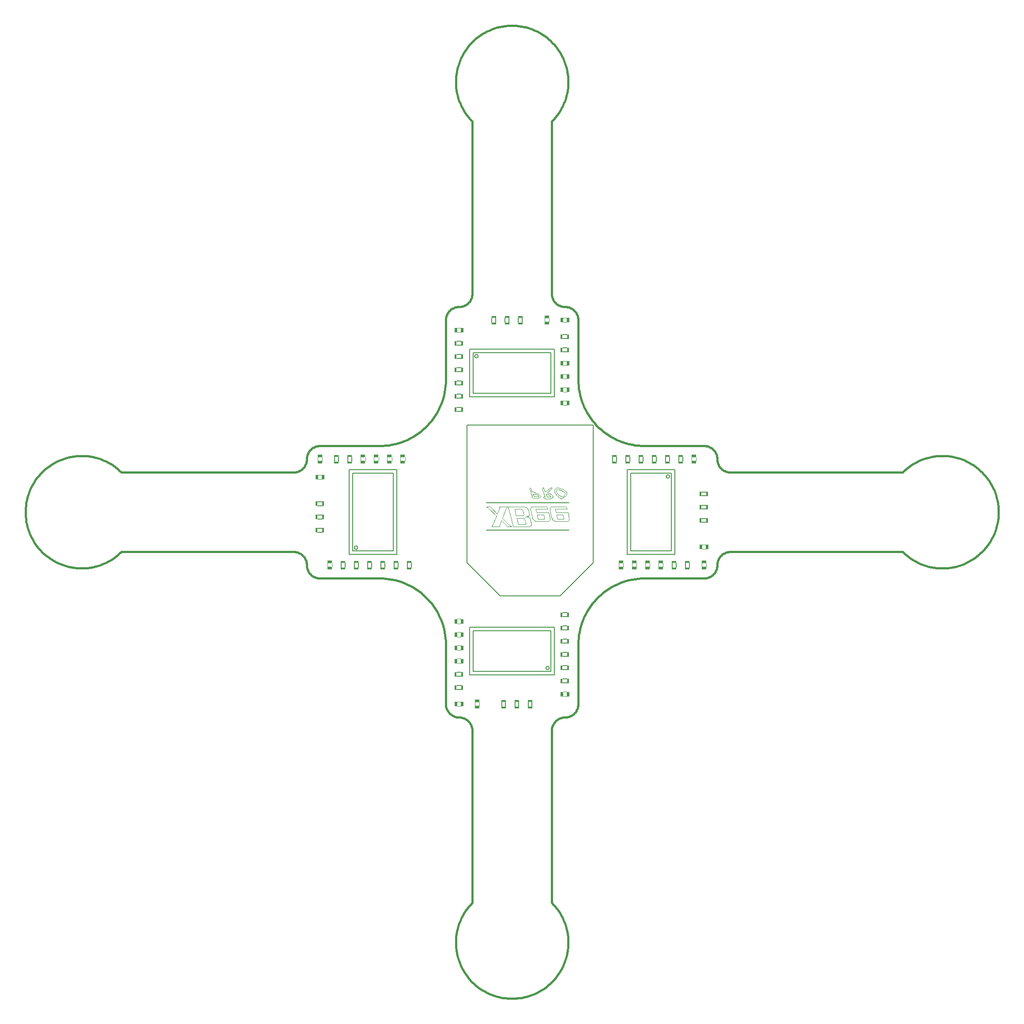
<source format=gbo>
G75*
G70*
%OFA0B0*%
%FSLAX24Y24*%
%IPPOS*%
%LPD*%
%AMOC8*
5,1,8,0,0,1.08239X$1,22.5*
%
%ADD10C,0.0160*%
%ADD11C,0.0050*%
%ADD12C,0.0080*%
%ADD13C,0.0060*%
%ADD14C,0.0040*%
%ADD15R,0.0160X0.0340*%
%ADD16R,0.0340X0.0160*%
%ADD17R,0.0374X0.0197*%
%ADD18R,0.0197X0.0374*%
D10*
X048183Y043184D02*
X048177Y043422D01*
X048160Y043659D01*
X048132Y043896D01*
X048093Y044130D01*
X048042Y044363D01*
X047980Y044593D01*
X047908Y044819D01*
X047825Y045042D01*
X047731Y045261D01*
X047627Y045475D01*
X047513Y045684D01*
X047389Y045887D01*
X047256Y046084D01*
X047113Y046275D01*
X046962Y046458D01*
X046802Y046634D01*
X046633Y046803D01*
X046457Y046963D01*
X046274Y047114D01*
X046083Y047257D01*
X045886Y047390D01*
X045683Y047514D01*
X045474Y047628D01*
X045260Y047732D01*
X045041Y047826D01*
X044818Y047909D01*
X044592Y047981D01*
X044362Y048043D01*
X044129Y048094D01*
X043895Y048133D01*
X043658Y048161D01*
X043421Y048178D01*
X043183Y048184D01*
X038683Y048184D01*
X038623Y048186D01*
X038562Y048191D01*
X038503Y048200D01*
X038444Y048213D01*
X038385Y048229D01*
X038328Y048249D01*
X038273Y048272D01*
X038218Y048299D01*
X038166Y048328D01*
X038115Y048361D01*
X038066Y048397D01*
X038020Y048435D01*
X037976Y048477D01*
X037934Y048521D01*
X037896Y048567D01*
X037860Y048616D01*
X037827Y048667D01*
X037798Y048719D01*
X037771Y048774D01*
X037748Y048829D01*
X037728Y048886D01*
X037712Y048945D01*
X037699Y049004D01*
X037690Y049063D01*
X037685Y049124D01*
X037683Y049184D01*
X037681Y049244D01*
X037676Y049305D01*
X037667Y049364D01*
X037654Y049423D01*
X037638Y049482D01*
X037618Y049539D01*
X037595Y049594D01*
X037568Y049649D01*
X037539Y049701D01*
X037506Y049752D01*
X037470Y049801D01*
X037432Y049847D01*
X037390Y049891D01*
X037346Y049933D01*
X037300Y049971D01*
X037251Y050007D01*
X037200Y050040D01*
X037148Y050069D01*
X037093Y050096D01*
X037038Y050119D01*
X036981Y050139D01*
X036922Y050155D01*
X036863Y050168D01*
X036804Y050177D01*
X036743Y050182D01*
X036683Y050184D01*
X023683Y050184D01*
X023534Y050042D01*
X023378Y049907D01*
X023216Y049780D01*
X023047Y049661D01*
X022874Y049550D01*
X022694Y049448D01*
X022511Y049355D01*
X022323Y049271D01*
X022131Y049196D01*
X021935Y049130D01*
X021737Y049074D01*
X021536Y049028D01*
X021333Y048991D01*
X021129Y048964D01*
X020923Y048948D01*
X020717Y048941D01*
X020511Y048944D01*
X020306Y048958D01*
X020101Y048981D01*
X019897Y049014D01*
X019696Y049057D01*
X019497Y049110D01*
X019300Y049173D01*
X019107Y049245D01*
X018918Y049326D01*
X018732Y049416D01*
X018552Y049515D01*
X018376Y049623D01*
X018206Y049739D01*
X018041Y049864D01*
X017883Y049996D01*
X017732Y050136D01*
X017587Y050282D01*
X017450Y050436D01*
X017320Y050596D01*
X017199Y050763D01*
X017085Y050935D01*
X016980Y051112D01*
X016884Y051295D01*
X016797Y051481D01*
X016719Y051672D01*
X016650Y051866D01*
X016591Y052064D01*
X016541Y052264D01*
X016501Y052466D01*
X016471Y052670D01*
X016451Y052875D01*
X016441Y053081D01*
X016441Y053287D01*
X016451Y053493D01*
X016471Y053698D01*
X016501Y053902D01*
X016541Y054104D01*
X016591Y054304D01*
X016650Y054502D01*
X016719Y054696D01*
X016797Y054887D01*
X016884Y055073D01*
X016980Y055256D01*
X017085Y055433D01*
X017199Y055605D01*
X017320Y055772D01*
X017450Y055932D01*
X017587Y056086D01*
X017732Y056232D01*
X017883Y056372D01*
X018041Y056504D01*
X018206Y056629D01*
X018376Y056745D01*
X018552Y056853D01*
X018732Y056952D01*
X018918Y057042D01*
X019107Y057123D01*
X019300Y057195D01*
X019497Y057258D01*
X019696Y057311D01*
X019897Y057354D01*
X020101Y057387D01*
X020306Y057410D01*
X020511Y057424D01*
X020717Y057427D01*
X020923Y057420D01*
X021129Y057404D01*
X021333Y057377D01*
X021536Y057340D01*
X021737Y057294D01*
X021935Y057238D01*
X022131Y057172D01*
X022323Y057097D01*
X022511Y057013D01*
X022694Y056920D01*
X022874Y056818D01*
X023047Y056707D01*
X023216Y056588D01*
X023378Y056461D01*
X023534Y056326D01*
X023683Y056184D01*
X036683Y056184D01*
X036743Y056186D01*
X036804Y056191D01*
X036863Y056200D01*
X036922Y056213D01*
X036981Y056229D01*
X037038Y056249D01*
X037093Y056272D01*
X037148Y056299D01*
X037200Y056328D01*
X037251Y056361D01*
X037300Y056397D01*
X037346Y056435D01*
X037390Y056477D01*
X037432Y056521D01*
X037470Y056567D01*
X037506Y056616D01*
X037539Y056667D01*
X037568Y056719D01*
X037595Y056774D01*
X037618Y056829D01*
X037638Y056886D01*
X037654Y056945D01*
X037667Y057004D01*
X037676Y057063D01*
X037681Y057124D01*
X037683Y057184D01*
X037685Y057244D01*
X037690Y057305D01*
X037699Y057364D01*
X037712Y057423D01*
X037728Y057482D01*
X037748Y057539D01*
X037771Y057594D01*
X037798Y057649D01*
X037827Y057701D01*
X037860Y057752D01*
X037896Y057801D01*
X037934Y057847D01*
X037976Y057891D01*
X038020Y057933D01*
X038066Y057971D01*
X038115Y058007D01*
X038166Y058040D01*
X038218Y058069D01*
X038273Y058096D01*
X038328Y058119D01*
X038385Y058139D01*
X038444Y058155D01*
X038503Y058168D01*
X038562Y058177D01*
X038623Y058182D01*
X038683Y058184D01*
X043183Y058184D01*
X043421Y058190D01*
X043658Y058207D01*
X043895Y058235D01*
X044129Y058274D01*
X044362Y058325D01*
X044592Y058387D01*
X044818Y058459D01*
X045041Y058542D01*
X045260Y058636D01*
X045474Y058740D01*
X045683Y058854D01*
X045886Y058978D01*
X046083Y059111D01*
X046274Y059254D01*
X046457Y059405D01*
X046633Y059565D01*
X046802Y059734D01*
X046962Y059910D01*
X047113Y060093D01*
X047256Y060284D01*
X047389Y060481D01*
X047513Y060684D01*
X047627Y060893D01*
X047731Y061107D01*
X047825Y061326D01*
X047908Y061549D01*
X047980Y061775D01*
X048042Y062005D01*
X048093Y062238D01*
X048132Y062472D01*
X048160Y062709D01*
X048177Y062946D01*
X048183Y063184D01*
X048183Y067684D01*
X048185Y067744D01*
X048190Y067805D01*
X048199Y067864D01*
X048212Y067923D01*
X048228Y067982D01*
X048248Y068039D01*
X048271Y068094D01*
X048298Y068149D01*
X048327Y068201D01*
X048360Y068252D01*
X048396Y068301D01*
X048434Y068347D01*
X048476Y068391D01*
X048520Y068433D01*
X048566Y068471D01*
X048615Y068507D01*
X048666Y068540D01*
X048718Y068569D01*
X048773Y068596D01*
X048828Y068619D01*
X048885Y068639D01*
X048944Y068655D01*
X049003Y068668D01*
X049062Y068677D01*
X049123Y068682D01*
X049183Y068684D01*
X049243Y068686D01*
X049304Y068691D01*
X049363Y068700D01*
X049422Y068713D01*
X049481Y068729D01*
X049538Y068749D01*
X049593Y068772D01*
X049648Y068799D01*
X049700Y068828D01*
X049751Y068861D01*
X049800Y068897D01*
X049846Y068935D01*
X049890Y068977D01*
X049932Y069021D01*
X049970Y069067D01*
X050006Y069116D01*
X050039Y069167D01*
X050068Y069219D01*
X050095Y069274D01*
X050118Y069329D01*
X050138Y069386D01*
X050154Y069445D01*
X050167Y069504D01*
X050176Y069563D01*
X050181Y069624D01*
X050183Y069684D01*
X050183Y082684D01*
X050041Y082833D01*
X049906Y082989D01*
X049779Y083151D01*
X049660Y083320D01*
X049549Y083493D01*
X049447Y083673D01*
X049354Y083856D01*
X049270Y084044D01*
X049195Y084236D01*
X049129Y084432D01*
X049073Y084630D01*
X049027Y084831D01*
X048990Y085034D01*
X048963Y085238D01*
X048947Y085444D01*
X048940Y085650D01*
X048943Y085856D01*
X048957Y086061D01*
X048980Y086266D01*
X049013Y086470D01*
X049056Y086671D01*
X049109Y086870D01*
X049172Y087067D01*
X049244Y087260D01*
X049325Y087449D01*
X049415Y087635D01*
X049514Y087815D01*
X049622Y087991D01*
X049738Y088161D01*
X049863Y088326D01*
X049995Y088484D01*
X050135Y088635D01*
X050281Y088780D01*
X050435Y088917D01*
X050595Y089047D01*
X050762Y089168D01*
X050934Y089282D01*
X051111Y089387D01*
X051294Y089483D01*
X051480Y089570D01*
X051671Y089648D01*
X051865Y089717D01*
X052063Y089776D01*
X052263Y089826D01*
X052465Y089866D01*
X052669Y089896D01*
X052874Y089916D01*
X053080Y089926D01*
X053286Y089926D01*
X053492Y089916D01*
X053697Y089896D01*
X053901Y089866D01*
X054103Y089826D01*
X054303Y089776D01*
X054501Y089717D01*
X054695Y089648D01*
X054886Y089570D01*
X055072Y089483D01*
X055255Y089387D01*
X055432Y089282D01*
X055604Y089168D01*
X055771Y089047D01*
X055931Y088917D01*
X056085Y088780D01*
X056231Y088635D01*
X056371Y088484D01*
X056503Y088326D01*
X056628Y088161D01*
X056744Y087991D01*
X056852Y087815D01*
X056951Y087635D01*
X057041Y087449D01*
X057122Y087260D01*
X057194Y087067D01*
X057257Y086870D01*
X057310Y086671D01*
X057353Y086470D01*
X057386Y086266D01*
X057409Y086061D01*
X057423Y085856D01*
X057426Y085650D01*
X057419Y085444D01*
X057403Y085238D01*
X057376Y085034D01*
X057339Y084831D01*
X057293Y084630D01*
X057237Y084432D01*
X057171Y084236D01*
X057096Y084044D01*
X057012Y083856D01*
X056919Y083673D01*
X056817Y083493D01*
X056706Y083320D01*
X056587Y083151D01*
X056460Y082989D01*
X056325Y082833D01*
X056183Y082684D01*
X056183Y069684D01*
X056185Y069624D01*
X056190Y069563D01*
X056199Y069504D01*
X056212Y069445D01*
X056228Y069386D01*
X056248Y069329D01*
X056271Y069274D01*
X056298Y069219D01*
X056327Y069167D01*
X056360Y069116D01*
X056396Y069067D01*
X056434Y069021D01*
X056476Y068977D01*
X056520Y068935D01*
X056566Y068897D01*
X056615Y068861D01*
X056666Y068828D01*
X056718Y068799D01*
X056773Y068772D01*
X056828Y068749D01*
X056885Y068729D01*
X056944Y068713D01*
X057003Y068700D01*
X057062Y068691D01*
X057123Y068686D01*
X057183Y068684D01*
X057243Y068682D01*
X057304Y068677D01*
X057363Y068668D01*
X057422Y068655D01*
X057481Y068639D01*
X057538Y068619D01*
X057593Y068596D01*
X057648Y068569D01*
X057700Y068540D01*
X057751Y068507D01*
X057800Y068471D01*
X057846Y068433D01*
X057890Y068391D01*
X057932Y068347D01*
X057970Y068301D01*
X058006Y068252D01*
X058039Y068201D01*
X058068Y068149D01*
X058095Y068094D01*
X058118Y068039D01*
X058138Y067982D01*
X058154Y067923D01*
X058167Y067864D01*
X058176Y067805D01*
X058181Y067744D01*
X058183Y067684D01*
X058183Y063184D01*
X058189Y062946D01*
X058206Y062709D01*
X058234Y062472D01*
X058273Y062238D01*
X058324Y062005D01*
X058386Y061775D01*
X058458Y061549D01*
X058541Y061326D01*
X058635Y061107D01*
X058739Y060893D01*
X058853Y060684D01*
X058977Y060481D01*
X059110Y060284D01*
X059253Y060093D01*
X059404Y059910D01*
X059564Y059734D01*
X059733Y059565D01*
X059909Y059405D01*
X060092Y059254D01*
X060283Y059111D01*
X060480Y058978D01*
X060683Y058854D01*
X060892Y058740D01*
X061106Y058636D01*
X061325Y058542D01*
X061548Y058459D01*
X061774Y058387D01*
X062004Y058325D01*
X062237Y058274D01*
X062471Y058235D01*
X062708Y058207D01*
X062945Y058190D01*
X063183Y058184D01*
X067683Y058184D01*
X067743Y058182D01*
X067804Y058177D01*
X067863Y058168D01*
X067922Y058155D01*
X067981Y058139D01*
X068038Y058119D01*
X068093Y058096D01*
X068148Y058069D01*
X068200Y058040D01*
X068251Y058007D01*
X068300Y057971D01*
X068346Y057933D01*
X068390Y057891D01*
X068432Y057847D01*
X068470Y057801D01*
X068506Y057752D01*
X068539Y057701D01*
X068568Y057649D01*
X068595Y057594D01*
X068618Y057539D01*
X068638Y057482D01*
X068654Y057423D01*
X068667Y057364D01*
X068676Y057305D01*
X068681Y057244D01*
X068683Y057184D01*
X068685Y057124D01*
X068690Y057063D01*
X068699Y057004D01*
X068712Y056945D01*
X068728Y056886D01*
X068748Y056829D01*
X068771Y056774D01*
X068798Y056719D01*
X068827Y056667D01*
X068860Y056616D01*
X068896Y056567D01*
X068934Y056521D01*
X068976Y056477D01*
X069020Y056435D01*
X069066Y056397D01*
X069115Y056361D01*
X069166Y056328D01*
X069218Y056299D01*
X069273Y056272D01*
X069328Y056249D01*
X069385Y056229D01*
X069444Y056213D01*
X069503Y056200D01*
X069562Y056191D01*
X069623Y056186D01*
X069683Y056184D01*
X082683Y056184D01*
X082834Y056328D01*
X082991Y056464D01*
X083155Y056592D01*
X083326Y056712D01*
X083502Y056823D01*
X083683Y056926D01*
X083869Y057020D01*
X084059Y057104D01*
X084254Y057179D01*
X084451Y057244D01*
X084652Y057300D01*
X084855Y057345D01*
X085060Y057381D01*
X085267Y057407D01*
X085475Y057422D01*
X085683Y057427D01*
X085891Y057422D01*
X086099Y057407D01*
X086306Y057381D01*
X086511Y057345D01*
X086714Y057300D01*
X086915Y057244D01*
X087112Y057179D01*
X087307Y057104D01*
X087497Y057020D01*
X087683Y056926D01*
X087864Y056823D01*
X088040Y056712D01*
X088211Y056592D01*
X088375Y056464D01*
X088532Y056328D01*
X088683Y056184D01*
X088827Y056033D01*
X088963Y055876D01*
X089091Y055712D01*
X089211Y055541D01*
X089322Y055365D01*
X089425Y055184D01*
X089519Y054998D01*
X089603Y054808D01*
X089678Y054613D01*
X089743Y054416D01*
X089799Y054215D01*
X089844Y054012D01*
X089880Y053807D01*
X089906Y053600D01*
X089921Y053392D01*
X089926Y053184D01*
X089921Y052976D01*
X089906Y052768D01*
X089880Y052561D01*
X089844Y052356D01*
X089799Y052153D01*
X089743Y051952D01*
X089678Y051755D01*
X089603Y051560D01*
X089519Y051370D01*
X089425Y051184D01*
X089322Y051003D01*
X089211Y050827D01*
X089091Y050656D01*
X088963Y050492D01*
X088827Y050335D01*
X088683Y050184D01*
X088532Y050040D01*
X088375Y049904D01*
X088211Y049776D01*
X088040Y049656D01*
X087864Y049545D01*
X087683Y049442D01*
X087497Y049348D01*
X087307Y049264D01*
X087112Y049189D01*
X086915Y049124D01*
X086714Y049068D01*
X086511Y049023D01*
X086306Y048987D01*
X086099Y048961D01*
X085891Y048946D01*
X085683Y048941D01*
X085475Y048946D01*
X085267Y048961D01*
X085060Y048987D01*
X084855Y049023D01*
X084652Y049068D01*
X084451Y049124D01*
X084254Y049189D01*
X084059Y049264D01*
X083869Y049348D01*
X083683Y049442D01*
X083502Y049545D01*
X083326Y049656D01*
X083155Y049776D01*
X082991Y049904D01*
X082834Y050040D01*
X082683Y050184D01*
X069683Y050184D01*
X069623Y050182D01*
X069562Y050177D01*
X069503Y050168D01*
X069444Y050155D01*
X069385Y050139D01*
X069328Y050119D01*
X069273Y050096D01*
X069218Y050069D01*
X069166Y050040D01*
X069115Y050007D01*
X069066Y049971D01*
X069020Y049933D01*
X068976Y049891D01*
X068934Y049847D01*
X068896Y049801D01*
X068860Y049752D01*
X068827Y049701D01*
X068798Y049649D01*
X068771Y049594D01*
X068748Y049539D01*
X068728Y049482D01*
X068712Y049423D01*
X068699Y049364D01*
X068690Y049305D01*
X068685Y049244D01*
X068683Y049184D01*
X068681Y049124D01*
X068676Y049063D01*
X068667Y049004D01*
X068654Y048945D01*
X068638Y048886D01*
X068618Y048829D01*
X068595Y048774D01*
X068568Y048719D01*
X068539Y048667D01*
X068506Y048616D01*
X068470Y048567D01*
X068432Y048521D01*
X068390Y048477D01*
X068346Y048435D01*
X068300Y048397D01*
X068251Y048361D01*
X068200Y048328D01*
X068148Y048299D01*
X068093Y048272D01*
X068038Y048249D01*
X067981Y048229D01*
X067922Y048213D01*
X067863Y048200D01*
X067804Y048191D01*
X067743Y048186D01*
X067683Y048184D01*
X063183Y048184D01*
X062945Y048178D01*
X062708Y048161D01*
X062471Y048133D01*
X062237Y048094D01*
X062004Y048043D01*
X061774Y047981D01*
X061548Y047909D01*
X061325Y047826D01*
X061106Y047732D01*
X060892Y047628D01*
X060683Y047514D01*
X060480Y047390D01*
X060283Y047257D01*
X060092Y047114D01*
X059909Y046963D01*
X059733Y046803D01*
X059564Y046634D01*
X059404Y046458D01*
X059253Y046275D01*
X059110Y046084D01*
X058977Y045887D01*
X058853Y045684D01*
X058739Y045475D01*
X058635Y045261D01*
X058541Y045042D01*
X058458Y044819D01*
X058386Y044593D01*
X058324Y044363D01*
X058273Y044130D01*
X058234Y043896D01*
X058206Y043659D01*
X058189Y043422D01*
X058183Y043184D01*
X058183Y038684D01*
X058181Y038624D01*
X058176Y038563D01*
X058167Y038504D01*
X058154Y038445D01*
X058138Y038386D01*
X058118Y038329D01*
X058095Y038274D01*
X058068Y038219D01*
X058039Y038167D01*
X058006Y038116D01*
X057970Y038067D01*
X057932Y038021D01*
X057890Y037977D01*
X057846Y037935D01*
X057800Y037897D01*
X057751Y037861D01*
X057700Y037828D01*
X057648Y037799D01*
X057593Y037772D01*
X057538Y037749D01*
X057481Y037729D01*
X057422Y037713D01*
X057363Y037700D01*
X057304Y037691D01*
X057243Y037686D01*
X057183Y037684D01*
X057120Y037682D01*
X057058Y037676D01*
X056996Y037666D01*
X056934Y037653D01*
X056874Y037635D01*
X056815Y037614D01*
X056757Y037589D01*
X056701Y037560D01*
X056647Y037528D01*
X056595Y037493D01*
X056546Y037455D01*
X056498Y037413D01*
X056454Y037369D01*
X056412Y037321D01*
X056374Y037272D01*
X056339Y037220D01*
X056307Y037166D01*
X056278Y037110D01*
X056253Y037052D01*
X056232Y036993D01*
X056214Y036933D01*
X056201Y036871D01*
X056191Y036809D01*
X056185Y036747D01*
X056183Y036684D01*
X056183Y023684D01*
X056325Y023535D01*
X056460Y023379D01*
X056587Y023217D01*
X056706Y023048D01*
X056817Y022875D01*
X056919Y022695D01*
X057012Y022512D01*
X057096Y022324D01*
X057171Y022132D01*
X057237Y021936D01*
X057293Y021738D01*
X057339Y021537D01*
X057376Y021334D01*
X057403Y021130D01*
X057419Y020924D01*
X057426Y020718D01*
X057423Y020512D01*
X057409Y020307D01*
X057386Y020102D01*
X057353Y019898D01*
X057310Y019697D01*
X057257Y019498D01*
X057194Y019301D01*
X057122Y019108D01*
X057041Y018919D01*
X056951Y018733D01*
X056852Y018553D01*
X056744Y018377D01*
X056628Y018207D01*
X056503Y018042D01*
X056371Y017884D01*
X056231Y017733D01*
X056085Y017588D01*
X055931Y017451D01*
X055771Y017321D01*
X055604Y017200D01*
X055432Y017086D01*
X055255Y016981D01*
X055072Y016885D01*
X054886Y016798D01*
X054695Y016720D01*
X054501Y016651D01*
X054303Y016592D01*
X054103Y016542D01*
X053901Y016502D01*
X053697Y016472D01*
X053492Y016452D01*
X053286Y016442D01*
X053080Y016442D01*
X052874Y016452D01*
X052669Y016472D01*
X052465Y016502D01*
X052263Y016542D01*
X052063Y016592D01*
X051865Y016651D01*
X051671Y016720D01*
X051480Y016798D01*
X051294Y016885D01*
X051111Y016981D01*
X050934Y017086D01*
X050762Y017200D01*
X050595Y017321D01*
X050435Y017451D01*
X050281Y017588D01*
X050135Y017733D01*
X049995Y017884D01*
X049863Y018042D01*
X049738Y018207D01*
X049622Y018377D01*
X049514Y018553D01*
X049415Y018733D01*
X049325Y018919D01*
X049244Y019108D01*
X049172Y019301D01*
X049109Y019498D01*
X049056Y019697D01*
X049013Y019898D01*
X048980Y020102D01*
X048957Y020307D01*
X048943Y020512D01*
X048940Y020718D01*
X048947Y020924D01*
X048963Y021130D01*
X048990Y021334D01*
X049027Y021537D01*
X049073Y021738D01*
X049129Y021936D01*
X049195Y022132D01*
X049270Y022324D01*
X049354Y022512D01*
X049447Y022695D01*
X049549Y022875D01*
X049660Y023048D01*
X049779Y023217D01*
X049906Y023379D01*
X050041Y023535D01*
X050183Y023684D01*
X050183Y036684D01*
X050181Y036747D01*
X050175Y036809D01*
X050165Y036871D01*
X050152Y036933D01*
X050134Y036993D01*
X050113Y037052D01*
X050088Y037110D01*
X050059Y037166D01*
X050027Y037220D01*
X049992Y037272D01*
X049954Y037321D01*
X049912Y037369D01*
X049868Y037413D01*
X049820Y037455D01*
X049771Y037493D01*
X049719Y037528D01*
X049665Y037560D01*
X049609Y037589D01*
X049551Y037614D01*
X049492Y037635D01*
X049432Y037653D01*
X049370Y037666D01*
X049308Y037676D01*
X049246Y037682D01*
X049183Y037684D01*
X049120Y037686D01*
X049058Y037692D01*
X048996Y037702D01*
X048934Y037715D01*
X048874Y037733D01*
X048815Y037754D01*
X048757Y037779D01*
X048701Y037808D01*
X048647Y037840D01*
X048595Y037875D01*
X048546Y037913D01*
X048498Y037955D01*
X048454Y037999D01*
X048412Y038047D01*
X048374Y038096D01*
X048339Y038148D01*
X048307Y038202D01*
X048278Y038258D01*
X048253Y038316D01*
X048232Y038375D01*
X048214Y038435D01*
X048201Y038497D01*
X048191Y038559D01*
X048185Y038621D01*
X048183Y038684D01*
X048183Y043184D01*
D11*
X049984Y044476D02*
X049984Y040893D01*
X056382Y040893D01*
X056382Y044476D01*
X049984Y044476D01*
X050240Y044220D02*
X050240Y041149D01*
X056126Y041149D01*
X056126Y044220D01*
X050240Y044220D01*
X055742Y041405D02*
X055744Y041427D01*
X055750Y041449D01*
X055759Y041469D01*
X055772Y041487D01*
X055788Y041503D01*
X055806Y041516D01*
X055826Y041525D01*
X055848Y041531D01*
X055870Y041533D01*
X055892Y041531D01*
X055914Y041525D01*
X055934Y041516D01*
X055952Y041503D01*
X055968Y041487D01*
X055981Y041469D01*
X055990Y041449D01*
X055996Y041427D01*
X055998Y041405D01*
X055996Y041383D01*
X055990Y041361D01*
X055981Y041341D01*
X055968Y041323D01*
X055952Y041307D01*
X055934Y041294D01*
X055914Y041285D01*
X055892Y041279D01*
X055870Y041277D01*
X055848Y041279D01*
X055826Y041285D01*
X055806Y041294D01*
X055788Y041307D01*
X055772Y041323D01*
X055759Y041341D01*
X055750Y041361D01*
X055744Y041383D01*
X055742Y041405D01*
X061892Y049986D02*
X065474Y049986D01*
X065474Y056383D01*
X061892Y056383D01*
X061892Y049986D01*
X062148Y050241D02*
X065219Y050241D01*
X065219Y056127D01*
X062148Y056127D01*
X062148Y050241D01*
X064835Y055871D02*
X064837Y055893D01*
X064843Y055915D01*
X064852Y055935D01*
X064865Y055953D01*
X064881Y055969D01*
X064899Y055982D01*
X064919Y055991D01*
X064941Y055997D01*
X064963Y055999D01*
X064985Y055997D01*
X065007Y055991D01*
X065027Y055982D01*
X065045Y055969D01*
X065061Y055953D01*
X065074Y055935D01*
X065083Y055915D01*
X065089Y055893D01*
X065091Y055871D01*
X065089Y055849D01*
X065083Y055827D01*
X065074Y055807D01*
X065061Y055789D01*
X065045Y055773D01*
X065027Y055760D01*
X065007Y055751D01*
X064985Y055745D01*
X064963Y055743D01*
X064941Y055745D01*
X064919Y055751D01*
X064899Y055760D01*
X064881Y055773D01*
X064865Y055789D01*
X064852Y055807D01*
X064843Y055827D01*
X064837Y055849D01*
X064835Y055871D01*
X056382Y061893D02*
X056382Y065476D01*
X049984Y065476D01*
X049984Y061893D01*
X056382Y061893D01*
X056126Y062149D02*
X056126Y065220D01*
X050240Y065220D01*
X050240Y062149D01*
X056126Y062149D01*
X050368Y064964D02*
X050370Y064986D01*
X050376Y065008D01*
X050385Y065028D01*
X050398Y065046D01*
X050414Y065062D01*
X050432Y065075D01*
X050452Y065084D01*
X050474Y065090D01*
X050496Y065092D01*
X050518Y065090D01*
X050540Y065084D01*
X050560Y065075D01*
X050578Y065062D01*
X050594Y065046D01*
X050607Y065028D01*
X050616Y065008D01*
X050622Y064986D01*
X050624Y064964D01*
X050622Y064942D01*
X050616Y064920D01*
X050607Y064900D01*
X050594Y064882D01*
X050578Y064866D01*
X050560Y064853D01*
X050540Y064844D01*
X050518Y064838D01*
X050496Y064836D01*
X050474Y064838D01*
X050452Y064844D01*
X050432Y064853D01*
X050414Y064866D01*
X050398Y064882D01*
X050385Y064900D01*
X050376Y064920D01*
X050370Y064942D01*
X050368Y064964D01*
X044474Y056383D02*
X040892Y056383D01*
X040892Y049986D01*
X044474Y049986D01*
X044474Y056383D01*
X044219Y056127D02*
X041148Y056127D01*
X041148Y050241D01*
X044219Y050241D01*
X044219Y056127D01*
X041276Y050497D02*
X041278Y050519D01*
X041284Y050541D01*
X041293Y050561D01*
X041306Y050579D01*
X041322Y050595D01*
X041340Y050608D01*
X041360Y050617D01*
X041382Y050623D01*
X041404Y050625D01*
X041426Y050623D01*
X041448Y050617D01*
X041468Y050608D01*
X041486Y050595D01*
X041502Y050579D01*
X041515Y050561D01*
X041524Y050541D01*
X041530Y050519D01*
X041532Y050497D01*
X041530Y050475D01*
X041524Y050453D01*
X041515Y050433D01*
X041502Y050415D01*
X041486Y050399D01*
X041468Y050386D01*
X041448Y050377D01*
X041426Y050371D01*
X041404Y050369D01*
X041382Y050371D01*
X041360Y050377D01*
X041340Y050386D01*
X041322Y050399D01*
X041306Y050415D01*
X041293Y050433D01*
X041284Y050453D01*
X041278Y050475D01*
X041276Y050497D01*
D12*
X049794Y049352D02*
X052285Y046862D01*
X056832Y046862D01*
X059322Y049352D01*
X059322Y059747D01*
X049794Y059747D01*
X049794Y049352D01*
D13*
X051258Y051805D02*
X057486Y051805D01*
X057486Y053894D02*
X051258Y053894D01*
X045573Y049354D02*
X045573Y049014D01*
X045293Y049014D02*
X045293Y049354D01*
X044573Y049354D02*
X044573Y049014D01*
X044293Y049014D02*
X044293Y049354D01*
X043573Y049354D02*
X043573Y049014D01*
X043293Y049014D02*
X043293Y049354D01*
X042573Y049354D02*
X042573Y049014D01*
X042293Y049014D02*
X042293Y049354D01*
X041573Y049354D02*
X041573Y049014D01*
X041293Y049014D02*
X041293Y049354D01*
X040573Y049354D02*
X040573Y049014D01*
X040293Y049014D02*
X040293Y049354D01*
X038853Y051669D02*
X038513Y051669D01*
X038513Y051950D02*
X038853Y051950D01*
X038853Y052669D02*
X038513Y052669D01*
X038513Y052950D02*
X038853Y052950D01*
X038853Y053669D02*
X038513Y053669D01*
X038513Y053950D02*
X038853Y053950D01*
X039793Y057014D02*
X039793Y057354D01*
X040073Y057354D02*
X040073Y057014D01*
X040793Y057014D02*
X040793Y057354D01*
X041073Y057354D02*
X041073Y057014D01*
X049013Y060794D02*
X049353Y060794D01*
X049353Y061075D02*
X049013Y061075D01*
X049013Y061794D02*
X049353Y061794D01*
X049353Y062075D02*
X049013Y062075D01*
X049013Y062794D02*
X049353Y062794D01*
X049353Y063075D02*
X049013Y063075D01*
X049013Y063794D02*
X049353Y063794D01*
X049353Y064075D02*
X049013Y064075D01*
X049013Y064794D02*
X049353Y064794D01*
X049353Y065075D02*
X049013Y065075D01*
X049013Y065794D02*
X049353Y065794D01*
X049353Y066075D02*
X049013Y066075D01*
X051668Y067514D02*
X051668Y067854D01*
X051948Y067854D02*
X051948Y067514D01*
X052668Y067514D02*
X052668Y067854D01*
X052948Y067854D02*
X052948Y067514D01*
X053668Y067514D02*
X053668Y067854D01*
X053948Y067854D02*
X053948Y067514D01*
X057013Y066575D02*
X057353Y066575D01*
X057353Y066294D02*
X057013Y066294D01*
X057013Y065575D02*
X057353Y065575D01*
X057353Y065294D02*
X057013Y065294D01*
X060793Y057354D02*
X060793Y057014D01*
X061073Y057014D02*
X061073Y057354D01*
X061793Y057354D02*
X061793Y057014D01*
X062073Y057014D02*
X062073Y057354D01*
X062793Y057354D02*
X062793Y057014D01*
X063073Y057014D02*
X063073Y057354D01*
X063793Y057354D02*
X063793Y057014D01*
X064073Y057014D02*
X064073Y057354D01*
X064793Y057354D02*
X064793Y057014D01*
X065073Y057014D02*
X065073Y057354D01*
X065793Y057354D02*
X065793Y057014D01*
X066073Y057014D02*
X066073Y057354D01*
X067513Y054700D02*
X067853Y054700D01*
X067853Y054419D02*
X067513Y054419D01*
X067513Y053700D02*
X067853Y053700D01*
X067853Y053419D02*
X067513Y053419D01*
X067513Y052700D02*
X067853Y052700D01*
X067853Y052419D02*
X067513Y052419D01*
X066573Y049354D02*
X066573Y049014D01*
X066293Y049014D02*
X066293Y049354D01*
X065573Y049354D02*
X065573Y049014D01*
X065293Y049014D02*
X065293Y049354D01*
X057353Y045575D02*
X057013Y045575D01*
X057013Y045294D02*
X057353Y045294D01*
X057353Y044575D02*
X057013Y044575D01*
X057013Y044294D02*
X057353Y044294D01*
X057353Y043575D02*
X057013Y043575D01*
X057013Y043294D02*
X057353Y043294D01*
X057353Y042575D02*
X057013Y042575D01*
X057013Y042294D02*
X057353Y042294D01*
X057353Y041575D02*
X057013Y041575D01*
X057013Y041294D02*
X057353Y041294D01*
X057353Y040575D02*
X057013Y040575D01*
X057013Y040294D02*
X057353Y040294D01*
X054698Y038854D02*
X054698Y038514D01*
X054418Y038514D02*
X054418Y038854D01*
X053698Y038854D02*
X053698Y038514D01*
X053418Y038514D02*
X053418Y038854D01*
X052698Y038854D02*
X052698Y038514D01*
X052418Y038514D02*
X052418Y038854D01*
X049353Y039794D02*
X049013Y039794D01*
X049013Y040075D02*
X049353Y040075D01*
X049353Y040794D02*
X049013Y040794D01*
X049013Y041075D02*
X049353Y041075D01*
D14*
X049323Y041769D02*
X049043Y041769D01*
X049043Y042104D02*
X049323Y042104D01*
X049323Y042769D02*
X049043Y042769D01*
X049043Y043104D02*
X049323Y043104D01*
X049323Y043769D02*
X049043Y043769D01*
X049043Y044104D02*
X049323Y044104D01*
X049323Y044769D02*
X049043Y044769D01*
X049043Y045104D02*
X049323Y045104D01*
X049323Y038854D02*
X049043Y038854D01*
X049043Y038519D02*
X049323Y038519D01*
X050388Y038544D02*
X050388Y038825D01*
X050723Y038825D02*
X050723Y038544D01*
X057043Y039269D02*
X057323Y039269D01*
X057323Y039604D02*
X057043Y039604D01*
X061263Y049044D02*
X061263Y049325D01*
X061598Y049325D02*
X061598Y049044D01*
X062263Y049044D02*
X062263Y049325D01*
X062598Y049325D02*
X062598Y049044D01*
X063263Y049044D02*
X063263Y049325D01*
X063598Y049325D02*
X063598Y049044D01*
X064263Y049044D02*
X064263Y049325D01*
X064598Y049325D02*
X064598Y049044D01*
X067513Y049044D02*
X067513Y049325D01*
X067848Y049325D02*
X067848Y049044D01*
X067823Y050389D02*
X067543Y050389D01*
X067543Y050724D02*
X067823Y050724D01*
X067098Y057044D02*
X067098Y057325D01*
X066763Y057325D02*
X066763Y057044D01*
X057403Y053148D02*
X057497Y052770D01*
X057497Y052578D01*
X057475Y052556D01*
X057403Y052501D01*
X057343Y052479D01*
X056482Y052479D01*
X056449Y052485D01*
X056384Y052507D01*
X056296Y052562D01*
X056247Y052633D01*
X056181Y052764D01*
X056164Y052825D01*
X056055Y053313D01*
X056044Y053400D01*
X056044Y053455D01*
X056060Y053516D01*
X056088Y053554D01*
X056131Y053587D01*
X056175Y053598D01*
X057261Y053598D01*
X057338Y053411D01*
X057266Y053422D01*
X056477Y053422D01*
X056455Y053406D01*
X056449Y053368D01*
X056460Y053335D01*
X056504Y053148D01*
X057403Y053148D01*
X057031Y052978D02*
X056559Y052978D01*
X056554Y052973D01*
X056592Y052748D01*
X056608Y052704D01*
X056630Y052666D01*
X056663Y052649D01*
X057053Y052649D01*
X057074Y052655D01*
X057091Y052671D01*
X057091Y052743D01*
X057031Y052978D01*
X056038Y052770D02*
X055945Y053148D01*
X055046Y053148D01*
X055002Y053335D01*
X054991Y053368D01*
X054997Y053406D01*
X055019Y053422D01*
X055808Y053422D01*
X055879Y053411D01*
X055803Y053598D01*
X054717Y053598D01*
X054673Y053587D01*
X054629Y053554D01*
X054602Y053516D01*
X054586Y053455D01*
X054586Y053400D01*
X054596Y053313D01*
X054706Y052825D01*
X054723Y052764D01*
X054788Y052633D01*
X054838Y052562D01*
X054925Y052507D01*
X054991Y052485D01*
X055024Y052479D01*
X055885Y052479D01*
X055945Y052501D01*
X056016Y052556D01*
X056038Y052578D01*
X056038Y052770D01*
X055633Y052743D02*
X055572Y052978D01*
X055101Y052978D01*
X055095Y052973D01*
X055134Y052748D01*
X055150Y052704D01*
X055172Y052666D01*
X055205Y052649D01*
X055594Y052649D01*
X055616Y052655D01*
X055633Y052671D01*
X055633Y052743D01*
X054629Y052375D02*
X054564Y052649D01*
X054542Y052704D01*
X054459Y052786D01*
X054394Y052814D01*
X054306Y052836D01*
X054196Y052836D01*
X054355Y052858D01*
X054470Y052912D01*
X054476Y052923D01*
X054476Y053071D01*
X054416Y053313D01*
X054377Y053373D01*
X054366Y053439D01*
X054284Y053532D01*
X054218Y053565D01*
X054114Y053598D01*
X052212Y053598D01*
X052245Y053537D01*
X052245Y053499D01*
X052069Y053066D01*
X051614Y053510D01*
X051565Y053598D01*
X051241Y053598D01*
X051378Y053499D01*
X052014Y052902D01*
X051702Y052139D01*
X051642Y052079D01*
X052245Y052079D01*
X052245Y052112D01*
X052228Y052145D01*
X052245Y052172D01*
X052245Y052200D01*
X052382Y052545D01*
X052771Y052161D01*
X052793Y052134D01*
X052809Y052101D01*
X052815Y052079D01*
X053160Y052079D01*
X053089Y052129D01*
X053034Y052167D01*
X052957Y052233D01*
X052442Y052715D01*
X052749Y053472D01*
X052837Y053592D01*
X052853Y053592D01*
X052886Y053559D01*
X052930Y053428D01*
X052996Y053181D01*
X053072Y052869D01*
X053215Y052288D01*
X053237Y052189D01*
X053237Y052079D01*
X054481Y052079D01*
X054547Y052096D01*
X054591Y052123D01*
X054624Y052183D01*
X054646Y052238D01*
X054646Y052331D01*
X054629Y052375D01*
X054213Y052381D02*
X054136Y052671D01*
X054120Y052710D01*
X054087Y052732D01*
X053538Y052732D01*
X053654Y052266D01*
X054158Y052266D01*
X054207Y052293D01*
X054213Y052381D01*
X053999Y052929D02*
X054043Y052945D01*
X054070Y052984D01*
X054070Y053000D01*
X053988Y053324D01*
X053966Y053357D01*
X053928Y053400D01*
X053906Y053411D01*
X053374Y053411D01*
X053500Y052929D01*
X053999Y052929D01*
X054810Y054201D02*
X054860Y054228D01*
X055057Y054228D01*
X055216Y054245D01*
X055326Y054310D01*
X055353Y054360D01*
X055353Y054382D01*
X055331Y054431D01*
X055298Y054469D01*
X055232Y054513D01*
X054991Y054634D01*
X054865Y054683D01*
X054766Y054705D01*
X054734Y054711D01*
X054695Y054711D01*
X054679Y054760D01*
X054646Y054859D01*
X054618Y054946D01*
X054596Y054985D01*
X054586Y055007D01*
X054564Y055018D01*
X054536Y055001D01*
X054514Y054968D01*
X054514Y054930D01*
X054525Y054886D01*
X054575Y054782D01*
X054607Y054705D01*
X054618Y054634D01*
X054635Y054568D01*
X054662Y054480D01*
X054690Y054415D01*
X054717Y054371D01*
X054673Y054371D01*
X054673Y054278D01*
X054723Y054278D01*
X054766Y054245D01*
X054810Y054201D01*
X054865Y054338D02*
X054854Y054365D01*
X054755Y054568D01*
X054821Y054568D01*
X054865Y054563D01*
X054936Y054535D01*
X055035Y054508D01*
X055106Y054459D01*
X055194Y054415D01*
X055221Y054393D01*
X055227Y054376D01*
X055211Y054365D01*
X055145Y054338D01*
X054865Y054338D01*
X055550Y054305D02*
X055556Y054272D01*
X055589Y054239D01*
X055649Y054217D01*
X055720Y054190D01*
X056038Y054190D01*
X056104Y054206D01*
X056181Y054234D01*
X056225Y054261D01*
X056263Y054305D01*
X056274Y054332D01*
X056247Y054382D01*
X056247Y054426D01*
X056203Y054469D01*
X056142Y054508D01*
X056022Y054563D01*
X055907Y054634D01*
X055852Y054667D01*
X055934Y054749D01*
X056038Y054820D01*
X056115Y054881D01*
X056159Y054935D01*
X056181Y054990D01*
X056186Y055023D01*
X056170Y055056D01*
X056153Y055062D01*
X056110Y055029D01*
X055896Y054859D01*
X055693Y054722D01*
X055655Y054722D01*
X055644Y054760D01*
X055605Y054870D01*
X055572Y054968D01*
X055550Y055023D01*
X055550Y055056D01*
X055490Y055001D01*
X055485Y054919D01*
X055496Y054864D01*
X055545Y054689D01*
X055572Y054590D01*
X055633Y054453D01*
X055671Y054382D01*
X055687Y054343D01*
X055649Y054338D01*
X055605Y054371D01*
X055605Y054365D01*
X055589Y054343D01*
X055561Y054327D01*
X055550Y054305D01*
X055841Y054321D02*
X055835Y054376D01*
X055731Y054563D01*
X055797Y054530D01*
X055879Y054513D01*
X055951Y054475D01*
X056027Y054431D01*
X056082Y054376D01*
X056121Y054365D01*
X056104Y054332D01*
X056038Y054321D01*
X055841Y054321D01*
X056444Y054574D02*
X056592Y054426D01*
X056800Y054250D01*
X056916Y054190D01*
X056921Y054190D02*
X056976Y054212D01*
X057014Y054256D01*
X057020Y054283D01*
X057096Y054305D01*
X057206Y054382D01*
X057299Y054459D01*
X057327Y054563D01*
X057316Y054634D01*
X057255Y054744D01*
X057151Y054826D01*
X057074Y054903D01*
X056932Y054935D01*
X056828Y055001D01*
X056669Y055023D01*
X056543Y055023D01*
X056449Y054963D01*
X056395Y054859D01*
X056400Y054749D01*
X056428Y054617D01*
X056444Y054574D01*
X056565Y054656D02*
X056658Y054530D01*
X056800Y054420D01*
X056861Y054376D01*
X056998Y054376D01*
X057064Y054398D01*
X057184Y054524D01*
X057184Y054656D01*
X057074Y054733D01*
X056959Y054798D01*
X056822Y054842D01*
X056691Y054892D01*
X056559Y054897D01*
X056510Y054870D01*
X056515Y054815D01*
X056565Y054656D01*
X057043Y061264D02*
X057323Y061264D01*
X057323Y061599D02*
X057043Y061599D01*
X057043Y062264D02*
X057323Y062264D01*
X057323Y062599D02*
X057043Y062599D01*
X057043Y063264D02*
X057323Y063264D01*
X057323Y063599D02*
X057043Y063599D01*
X057043Y064264D02*
X057323Y064264D01*
X057323Y064599D02*
X057043Y064599D01*
X057043Y067514D02*
X057323Y067514D01*
X057323Y067849D02*
X057043Y067849D01*
X055978Y067825D02*
X055978Y067544D01*
X055643Y067544D02*
X055643Y067825D01*
X049323Y067099D02*
X049043Y067099D01*
X049043Y066764D02*
X049323Y066764D01*
X045103Y057325D02*
X045103Y057044D01*
X044768Y057044D02*
X044768Y057325D01*
X044103Y057325D02*
X044103Y057044D01*
X043768Y057044D02*
X043768Y057325D01*
X043103Y057325D02*
X043103Y057044D01*
X042768Y057044D02*
X042768Y057325D01*
X042103Y057325D02*
X042103Y057044D01*
X041768Y057044D02*
X041768Y057325D01*
X038853Y057325D02*
X038853Y057044D01*
X038518Y057044D02*
X038518Y057325D01*
X038543Y055979D02*
X038823Y055979D01*
X038823Y055644D02*
X038543Y055644D01*
X039268Y049325D02*
X039268Y049044D01*
X039603Y049044D02*
X039603Y049325D01*
D15*
X038933Y051809D03*
X038433Y051809D03*
X038433Y052809D03*
X038933Y052809D03*
X038933Y053809D03*
X038433Y053809D03*
X048933Y060934D03*
X049433Y060934D03*
X049433Y061934D03*
X048933Y061934D03*
X048933Y062934D03*
X049433Y062934D03*
X049433Y063934D03*
X048933Y063934D03*
X048933Y064934D03*
X049433Y064934D03*
X049433Y065934D03*
X048933Y065934D03*
X056933Y065434D03*
X057433Y065434D03*
X057433Y066434D03*
X056933Y066434D03*
X067433Y054559D03*
X067933Y054559D03*
X067933Y053559D03*
X067433Y053559D03*
X067433Y052559D03*
X067933Y052559D03*
X057433Y045434D03*
X056933Y045434D03*
X056933Y044434D03*
X057433Y044434D03*
X057433Y043434D03*
X056933Y043434D03*
X056933Y042434D03*
X057433Y042434D03*
X057433Y041434D03*
X056933Y041434D03*
X056933Y040434D03*
X057433Y040434D03*
X049433Y039934D03*
X048933Y039934D03*
X048933Y040934D03*
X049433Y040934D03*
D16*
X052558Y038934D03*
X052558Y038434D03*
X053558Y038434D03*
X053558Y038934D03*
X054558Y038934D03*
X054558Y038434D03*
X045433Y048934D03*
X045433Y049434D03*
X044433Y049434D03*
X044433Y048934D03*
X043433Y048934D03*
X043433Y049434D03*
X042433Y049434D03*
X042433Y048934D03*
X041433Y048934D03*
X041433Y049434D03*
X040433Y049434D03*
X040433Y048934D03*
X039933Y056934D03*
X039933Y057434D03*
X040933Y057434D03*
X040933Y056934D03*
X051808Y067434D03*
X051808Y067934D03*
X052808Y067934D03*
X052808Y067434D03*
X053808Y067434D03*
X053808Y067934D03*
X060933Y057434D03*
X060933Y056934D03*
X061933Y056934D03*
X061933Y057434D03*
X062933Y057434D03*
X062933Y056934D03*
X063933Y056934D03*
X063933Y057434D03*
X064933Y057434D03*
X064933Y056934D03*
X065933Y056934D03*
X065933Y057434D03*
X065433Y049434D03*
X065433Y048934D03*
X066433Y048934D03*
X066433Y049434D03*
D17*
X067681Y049416D03*
X067681Y048956D03*
X064431Y048956D03*
X064431Y049416D03*
X063431Y049416D03*
X063431Y048956D03*
X062431Y048956D03*
X062431Y049416D03*
X061431Y049416D03*
X061431Y048956D03*
X066931Y056956D03*
X066931Y057416D03*
X055810Y067453D03*
X055810Y067913D03*
X044935Y057413D03*
X044935Y056953D03*
X043935Y056953D03*
X043935Y057413D03*
X042935Y057413D03*
X042935Y056953D03*
X041935Y056953D03*
X041935Y057413D03*
X038685Y057413D03*
X038685Y056953D03*
X039435Y049413D03*
X039435Y048953D03*
X050556Y038916D03*
X050556Y038456D03*
D18*
X049415Y038686D03*
X048955Y038686D03*
X048955Y041936D03*
X049415Y041936D03*
X049415Y042936D03*
X048955Y042936D03*
X048955Y043936D03*
X049415Y043936D03*
X049415Y044936D03*
X048955Y044936D03*
X056955Y039436D03*
X057415Y039436D03*
X067452Y050557D03*
X067912Y050557D03*
X057412Y061432D03*
X056952Y061432D03*
X056952Y062432D03*
X057412Y062432D03*
X057412Y063432D03*
X056952Y063432D03*
X056952Y064432D03*
X057412Y064432D03*
X057412Y067682D03*
X056952Y067682D03*
X049412Y066932D03*
X048952Y066932D03*
X038915Y055811D03*
X038455Y055811D03*
M02*

</source>
